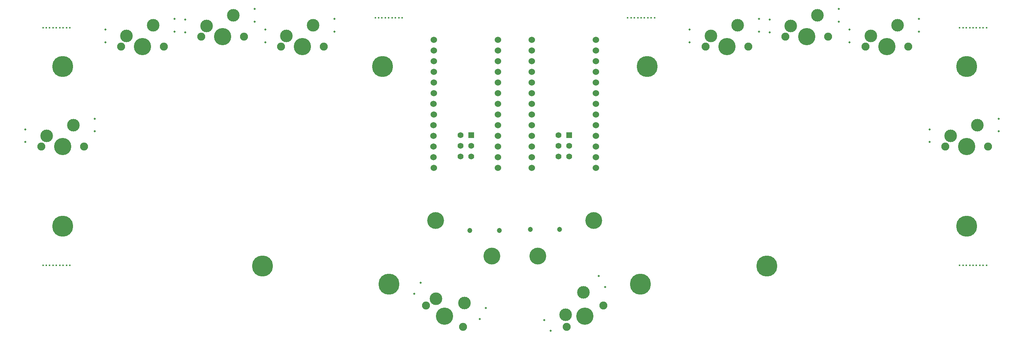
<source format=gbr>
%TF.GenerationSoftware,KiCad,Pcbnew,7.0.6*%
%TF.CreationDate,2024-02-24T15:03:31+09:00*%
%TF.ProjectId,kamu_keyboard,6b616d75-5f6b-4657-9962-6f6172642e6b,rev?*%
%TF.SameCoordinates,Original*%
%TF.FileFunction,Soldermask,Top*%
%TF.FilePolarity,Negative*%
%FSLAX46Y46*%
G04 Gerber Fmt 4.6, Leading zero omitted, Abs format (unit mm)*
G04 Created by KiCad (PCBNEW 7.0.6) date 2024-02-24 15:03:31*
%MOMM*%
%LPD*%
G01*
G04 APERTURE LIST*
%ADD10C,0.450000*%
%ADD11C,5.000000*%
%ADD12C,4.000000*%
%ADD13C,1.524000*%
%ADD14C,1.200000*%
%ADD15R,1.397000X1.397000*%
%ADD16C,1.397000*%
%ADD17C,1.900000*%
%ADD18C,3.000000*%
%ADD19C,4.100000*%
%ADD20C,0.500000*%
G04 APERTURE END LIST*
D10*
%TO.C,REF\u002A\u002A*%
X265016000Y-132160000D03*
X265816000Y-132160000D03*
X266616000Y-132160000D03*
X267416000Y-132160000D03*
X268216000Y-132160000D03*
X269016000Y-132160000D03*
X269816000Y-132160000D03*
X270616000Y-132160000D03*
X271416000Y-132160000D03*
%TD*%
D11*
%TO.C,*%
X129399414Y-136671000D03*
%TD*%
%TO.C,*%
X127813000Y-84896000D03*
%TD*%
D10*
%TO.C,REF\u002A\u002A*%
X126110000Y-73299000D03*
X126910000Y-73299000D03*
X127710000Y-73299000D03*
X128510000Y-73299000D03*
X129310000Y-73299000D03*
X130110000Y-73299000D03*
X130910000Y-73299000D03*
X131710000Y-73299000D03*
X132510000Y-73299000D03*
%TD*%
D12*
%TO.C,*%
X140475539Y-121514484D03*
%TD*%
D11*
%TO.C,*%
X51813000Y-122896000D03*
%TD*%
D12*
%TO.C,*%
X153800507Y-130014484D03*
%TD*%
D13*
%TO.C,U2*%
X178539818Y-81076000D03*
X178539818Y-83616000D03*
X178539818Y-86156000D03*
X178539818Y-88696000D03*
X178539818Y-91236000D03*
X178549818Y-93776000D03*
X178539818Y-96316000D03*
X178539818Y-98856000D03*
X178549818Y-101396000D03*
X178549818Y-103936000D03*
X178549818Y-106476000D03*
X178539818Y-109016000D03*
X163299818Y-109016000D03*
X163289818Y-106476000D03*
X163289818Y-103936000D03*
X163289818Y-101396000D03*
X163289818Y-98856000D03*
X163299818Y-96316000D03*
X163289818Y-93776000D03*
X163299818Y-91236000D03*
X163299818Y-88696000D03*
X163299818Y-86156000D03*
X163299818Y-83616000D03*
X163299818Y-81076000D03*
X163299818Y-78536000D03*
X178539818Y-78536000D03*
%TD*%
D10*
%TO.C,REF\u002A\u002A*%
X186110000Y-73299000D03*
X186910000Y-73299000D03*
X187710000Y-73299000D03*
X188510000Y-73299000D03*
X189310000Y-73299000D03*
X190110000Y-73299000D03*
X190910000Y-73299000D03*
X191710000Y-73299000D03*
X192510000Y-73299000D03*
%TD*%
D14*
%TO.C,J6*%
X162944818Y-123688500D03*
X169944818Y-123688500D03*
%TD*%
%TO.C,J5*%
X155585766Y-123863500D03*
X148585766Y-123863500D03*
%TD*%
D11*
%TO.C,*%
X99313000Y-132396000D03*
%TD*%
D10*
%TO.C,REF\u002A\u002A*%
X47115000Y-132163000D03*
X47915000Y-132163000D03*
X48715000Y-132163000D03*
X49515000Y-132163000D03*
X50315000Y-132163000D03*
X51115000Y-132163000D03*
X51915000Y-132163000D03*
X52715000Y-132163000D03*
X53515000Y-132163000D03*
%TD*%
D11*
%TO.C,*%
X51813000Y-84896000D03*
%TD*%
D13*
%TO.C,U1*%
X155230766Y-81076000D03*
X155230766Y-83616000D03*
X155230766Y-86156000D03*
X155230766Y-88696000D03*
X155230766Y-91236000D03*
X155240766Y-93776000D03*
X155230766Y-96316000D03*
X155230766Y-98856000D03*
X155240766Y-101396000D03*
X155240766Y-103936000D03*
X155240766Y-106476000D03*
X155230766Y-109016000D03*
X139990766Y-109016000D03*
X139980766Y-106476000D03*
X139980766Y-103936000D03*
X139980766Y-101396000D03*
X139980766Y-98856000D03*
X139990766Y-96316000D03*
X139980766Y-93776000D03*
X139990766Y-91236000D03*
X139990766Y-88696000D03*
X139990766Y-86156000D03*
X139990766Y-83616000D03*
X139990766Y-81076000D03*
X139990766Y-78536000D03*
X155230766Y-78536000D03*
%TD*%
D10*
%TO.C,REF\u002A\u002A*%
X265015000Y-75649000D03*
X265815000Y-75649000D03*
X266615000Y-75649000D03*
X267415000Y-75649000D03*
X268215000Y-75649000D03*
X269015000Y-75649000D03*
X269815000Y-75649000D03*
X270615000Y-75649000D03*
X271415000Y-75649000D03*
%TD*%
%TO.C,REF\u002A\u002A*%
X47115064Y-75649500D03*
X47915064Y-75649500D03*
X48715064Y-75649500D03*
X49515064Y-75649500D03*
X50315064Y-75649500D03*
X51115064Y-75649500D03*
X51915064Y-75649500D03*
X52715064Y-75649500D03*
X53515064Y-75649500D03*
%TD*%
D15*
%TO.C,J4*%
X172189818Y-101236000D03*
D16*
X169649818Y-101236000D03*
X172189818Y-103776000D03*
X169649818Y-103776000D03*
X172189818Y-106316000D03*
X169649818Y-106316000D03*
%TD*%
D12*
%TO.C,*%
X164729543Y-130014484D03*
%TD*%
D17*
%TO.C,SW8*%
X223638000Y-77771000D03*
D18*
X224908000Y-75231000D03*
D19*
X228718000Y-77771000D03*
D18*
X231258000Y-72691000D03*
D17*
X233798000Y-77771000D03*
D20*
X219858000Y-73731000D03*
X219858000Y-76731000D03*
X236308000Y-71191000D03*
X236308000Y-74191000D03*
%TD*%
D17*
%TO.C,SW9*%
X242638000Y-80146000D03*
D18*
X243908000Y-77606000D03*
D19*
X247718000Y-80146000D03*
D18*
X250258000Y-75066000D03*
D17*
X252798000Y-80146000D03*
D20*
X238858000Y-76106000D03*
X238858000Y-79106000D03*
X255308000Y-73566000D03*
X255308000Y-76566000D03*
%TD*%
D15*
%TO.C,J2*%
X148880766Y-101236000D03*
D16*
X146340766Y-101236000D03*
X148880766Y-103776000D03*
X146340766Y-103776000D03*
X148880766Y-106316000D03*
X146340766Y-106316000D03*
%TD*%
D11*
%TO.C,*%
X266718000Y-122896000D03*
%TD*%
D17*
%TO.C,SW2*%
X65733000Y-80146000D03*
D18*
X67003000Y-77606000D03*
D19*
X70813000Y-80146000D03*
D18*
X73353000Y-75066000D03*
D17*
X75893000Y-80146000D03*
D20*
X61953000Y-76106000D03*
X61953000Y-79106000D03*
X78403000Y-73566000D03*
X78403000Y-76566000D03*
%TD*%
D17*
%TO.C,SW3*%
X84733000Y-77771000D03*
D18*
X86003000Y-75231000D03*
D19*
X89813000Y-77771000D03*
D18*
X92353000Y-72691000D03*
D17*
X94893000Y-77771000D03*
D20*
X80953000Y-73731000D03*
X80953000Y-76731000D03*
X97403000Y-71191000D03*
X97403000Y-74191000D03*
%TD*%
D17*
%TO.C,SW7*%
X204638000Y-80146000D03*
D18*
X205908000Y-77606000D03*
D19*
X209718000Y-80146000D03*
D18*
X212258000Y-75066000D03*
D17*
X214798000Y-80146000D03*
D20*
X200858000Y-76106000D03*
X200858000Y-79106000D03*
X217308000Y-73566000D03*
X217308000Y-76566000D03*
%TD*%
D17*
%TO.C,SW1*%
X46733000Y-103896000D03*
D18*
X48003000Y-101356000D03*
D19*
X51813000Y-103896000D03*
D18*
X54353000Y-98816000D03*
D17*
X56893000Y-103896000D03*
D20*
X42953000Y-99856000D03*
X42953000Y-102856000D03*
X59403000Y-97316000D03*
X59403000Y-100316000D03*
%TD*%
D11*
%TO.C,*%
X189131586Y-136671000D03*
%TD*%
D12*
%TO.C,*%
X178054657Y-121514845D03*
%TD*%
D17*
%TO.C,SW5*%
X138163591Y-141731000D03*
D18*
X140533443Y-140166295D03*
D19*
X142563000Y-144271000D03*
D18*
X147302705Y-141141591D03*
D17*
X146962409Y-146811000D03*
D20*
X136910015Y-136342257D03*
X135410015Y-138940334D03*
X152426133Y-142367553D03*
X150926133Y-144965629D03*
%TD*%
D17*
%TO.C,SW6*%
X171568591Y-146811000D03*
D18*
X171398443Y-143976295D03*
D19*
X175968000Y-144271000D03*
D18*
X175627705Y-138601591D03*
D17*
X180367409Y-141731000D03*
D20*
X166275015Y-145202257D03*
X167775015Y-147800334D03*
X179251133Y-134777553D03*
X180751133Y-137375629D03*
%TD*%
D11*
%TO.C,*%
X219218000Y-132396000D03*
%TD*%
%TO.C,*%
X266718000Y-84896000D03*
%TD*%
D17*
%TO.C,SW10*%
X261638000Y-103896000D03*
D18*
X262908000Y-101356000D03*
D19*
X266718000Y-103896000D03*
D18*
X269258000Y-98816000D03*
D17*
X271798000Y-103896000D03*
D20*
X257858000Y-99856000D03*
X257858000Y-102856000D03*
X274308000Y-97316000D03*
X274308000Y-100316000D03*
%TD*%
D17*
%TO.C,SW4*%
X103733000Y-80146000D03*
D18*
X105003000Y-77606000D03*
D19*
X108813000Y-80146000D03*
D18*
X111353000Y-75066000D03*
D17*
X113893000Y-80146000D03*
D20*
X99953000Y-76106000D03*
X99953000Y-79106000D03*
X116403000Y-73566000D03*
X116403000Y-76566000D03*
%TD*%
D11*
%TO.C,*%
X190718000Y-84896000D03*
%TD*%
M02*

</source>
